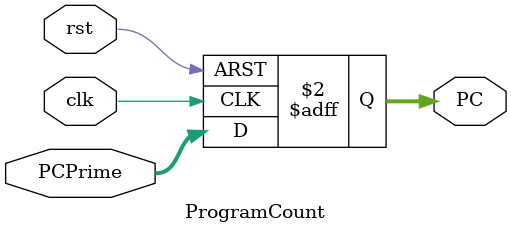
<source format=v>
`timescale 1ns / 1ps


module ProgramCount(
    input clk,
    input rst, 
    input [31:0] PCPrime,
    output reg [31:0] PC
);

    always @(posedge clk or posedge rst) begin
        if (rst) begin
            PC <= 32'b0;
        end else begin
            PC <= PCPrime;
        end
    end

endmodule
</source>
